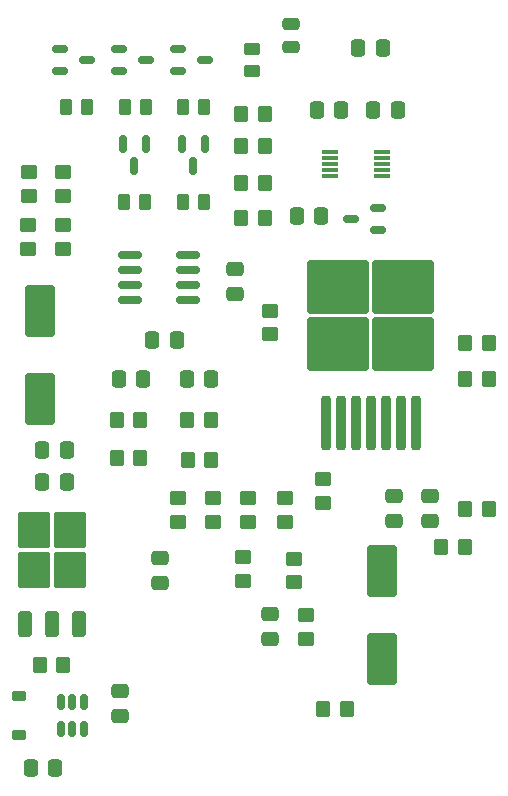
<source format=gbr>
%TF.GenerationSoftware,KiCad,Pcbnew,7.0.5*%
%TF.CreationDate,2023-09-19T19:20:32-07:00*%
%TF.ProjectId,LT3081LEDDriver,4c543330-3831-44c4-9544-447269766572,rev?*%
%TF.SameCoordinates,Original*%
%TF.FileFunction,Paste,Top*%
%TF.FilePolarity,Positive*%
%FSLAX46Y46*%
G04 Gerber Fmt 4.6, Leading zero omitted, Abs format (unit mm)*
G04 Created by KiCad (PCBNEW 7.0.5) date 2023-09-19 19:20:32*
%MOMM*%
%LPD*%
G01*
G04 APERTURE LIST*
G04 Aperture macros list*
%AMRoundRect*
0 Rectangle with rounded corners*
0 $1 Rounding radius*
0 $2 $3 $4 $5 $6 $7 $8 $9 X,Y pos of 4 corners*
0 Add a 4 corners polygon primitive as box body*
4,1,4,$2,$3,$4,$5,$6,$7,$8,$9,$2,$3,0*
0 Add four circle primitives for the rounded corners*
1,1,$1+$1,$2,$3*
1,1,$1+$1,$4,$5*
1,1,$1+$1,$6,$7*
1,1,$1+$1,$8,$9*
0 Add four rect primitives between the rounded corners*
20,1,$1+$1,$2,$3,$4,$5,0*
20,1,$1+$1,$4,$5,$6,$7,0*
20,1,$1+$1,$6,$7,$8,$9,0*
20,1,$1+$1,$8,$9,$2,$3,0*%
G04 Aperture macros list end*
%ADD10RoundRect,0.250000X-0.350000X-0.450000X0.350000X-0.450000X0.350000X0.450000X-0.350000X0.450000X0*%
%ADD11RoundRect,0.150000X-0.512500X-0.150000X0.512500X-0.150000X0.512500X0.150000X-0.512500X0.150000X0*%
%ADD12RoundRect,0.250000X0.337500X0.475000X-0.337500X0.475000X-0.337500X-0.475000X0.337500X-0.475000X0*%
%ADD13RoundRect,0.250000X-0.450000X0.350000X-0.450000X-0.350000X0.450000X-0.350000X0.450000X0.350000X0*%
%ADD14RoundRect,0.150000X0.512500X0.150000X-0.512500X0.150000X-0.512500X-0.150000X0.512500X-0.150000X0*%
%ADD15RoundRect,0.250000X-0.337500X-0.475000X0.337500X-0.475000X0.337500X0.475000X-0.337500X0.475000X0*%
%ADD16RoundRect,0.250000X0.350000X0.450000X-0.350000X0.450000X-0.350000X-0.450000X0.350000X-0.450000X0*%
%ADD17RoundRect,0.150000X0.150000X-0.512500X0.150000X0.512500X-0.150000X0.512500X-0.150000X-0.512500X0*%
%ADD18RoundRect,0.250000X0.262500X0.450000X-0.262500X0.450000X-0.262500X-0.450000X0.262500X-0.450000X0*%
%ADD19RoundRect,0.250000X0.475000X-0.337500X0.475000X0.337500X-0.475000X0.337500X-0.475000X-0.337500X0*%
%ADD20RoundRect,0.150000X-0.825000X-0.150000X0.825000X-0.150000X0.825000X0.150000X-0.825000X0.150000X0*%
%ADD21RoundRect,0.250000X-0.262500X-0.450000X0.262500X-0.450000X0.262500X0.450000X-0.262500X0.450000X0*%
%ADD22RoundRect,0.250000X-0.475000X0.337500X-0.475000X-0.337500X0.475000X-0.337500X0.475000X0.337500X0*%
%ADD23RoundRect,0.150000X-0.150000X0.587500X-0.150000X-0.587500X0.150000X-0.587500X0.150000X0.587500X0*%
%ADD24RoundRect,0.250000X0.350000X-0.850000X0.350000X0.850000X-0.350000X0.850000X-0.350000X-0.850000X0*%
%ADD25RoundRect,0.250000X1.125000X-1.275000X1.125000X1.275000X-1.125000X1.275000X-1.125000X-1.275000X0*%
%ADD26RoundRect,0.250000X-1.000000X1.950000X-1.000000X-1.950000X1.000000X-1.950000X1.000000X1.950000X0*%
%ADD27RoundRect,0.250000X0.450000X-0.350000X0.450000X0.350000X-0.450000X0.350000X-0.450000X-0.350000X0*%
%ADD28RoundRect,0.225000X-0.375000X0.225000X-0.375000X-0.225000X0.375000X-0.225000X0.375000X0.225000X0*%
%ADD29RoundRect,0.250000X-0.450000X0.262500X-0.450000X-0.262500X0.450000X-0.262500X0.450000X0.262500X0*%
%ADD30RoundRect,0.250000X1.000000X-1.950000X1.000000X1.950000X-1.000000X1.950000X-1.000000X-1.950000X0*%
%ADD31RoundRect,0.200000X0.200000X-2.100000X0.200000X2.100000X-0.200000X2.100000X-0.200000X-2.100000X0*%
%ADD32RoundRect,0.250000X2.375000X-2.025000X2.375000X2.025000X-2.375000X2.025000X-2.375000X-2.025000X0*%
%ADD33R,1.400000X0.300000*%
%ADD34RoundRect,0.250000X0.475000X-0.250000X0.475000X0.250000X-0.475000X0.250000X-0.475000X-0.250000X0*%
G04 APERTURE END LIST*
D10*
%TO.C,R6*%
X153000000Y-105000000D03*
X155000000Y-105000000D03*
%TD*%
D11*
%TO.C,D2*%
X128725000Y-80050000D03*
X128725000Y-81950000D03*
X131000000Y-81000000D03*
%TD*%
D12*
%TO.C,C18*%
X146037500Y-80000000D03*
X143962500Y-80000000D03*
%TD*%
D13*
%TO.C,R3*%
X139500000Y-128000000D03*
X139500000Y-130000000D03*
%TD*%
D14*
%TO.C,D5*%
X145637500Y-95450000D03*
X145637500Y-93550000D03*
X143362500Y-94500000D03*
%TD*%
D13*
%TO.C,R24*%
X116000000Y-95000000D03*
X116000000Y-97000000D03*
%TD*%
D15*
%TO.C,C9*%
X129425000Y-108000000D03*
X131500000Y-108000000D03*
%TD*%
D10*
%TO.C,R19*%
X134040000Y-91457500D03*
X136040000Y-91457500D03*
%TD*%
%TO.C,R20*%
X134040000Y-94407500D03*
X136040000Y-94407500D03*
%TD*%
D11*
%TO.C,D1*%
X123725000Y-80050000D03*
X123725000Y-81950000D03*
X126000000Y-81000000D03*
%TD*%
D16*
%TO.C,R18*%
X136040000Y-88337500D03*
X134040000Y-88337500D03*
%TD*%
D17*
%TO.C,U4*%
X118800000Y-135362500D03*
X119750000Y-135362500D03*
X120700000Y-135362500D03*
X120700000Y-137637500D03*
X119750000Y-137637500D03*
X118800000Y-137637500D03*
%TD*%
D18*
%TO.C,R27*%
X130912500Y-93000000D03*
X129087500Y-93000000D03*
%TD*%
D19*
%TO.C,C3*%
X150000000Y-120037500D03*
X150000000Y-117962500D03*
%TD*%
D20*
%TO.C,U2*%
X124590000Y-97500000D03*
X124590000Y-98770000D03*
X124590000Y-100040000D03*
X124590000Y-101310000D03*
X129540000Y-101310000D03*
X129540000Y-100040000D03*
X129540000Y-98770000D03*
X129540000Y-97500000D03*
%TD*%
D10*
%TO.C,R12*%
X129520000Y-114860000D03*
X131520000Y-114860000D03*
%TD*%
%TO.C,R4*%
X153000000Y-108000000D03*
X155000000Y-108000000D03*
%TD*%
D15*
%TO.C,C13*%
X117212500Y-114000000D03*
X119287500Y-114000000D03*
%TD*%
D21*
%TO.C,R26*%
X124087500Y-93000000D03*
X125912500Y-93000000D03*
%TD*%
D10*
%TO.C,R17*%
X134040000Y-85557500D03*
X136040000Y-85557500D03*
%TD*%
D15*
%TO.C,C10*%
X117212500Y-116750000D03*
X119287500Y-116750000D03*
%TD*%
D13*
%TO.C,R34*%
X128720000Y-118110000D03*
X128720000Y-120110000D03*
%TD*%
%TO.C,R32*%
X134620000Y-118110000D03*
X134620000Y-120110000D03*
%TD*%
D22*
%TO.C,C5*%
X136500000Y-127962500D03*
X136500000Y-130037500D03*
%TD*%
D10*
%TO.C,R8*%
X153000000Y-119000000D03*
X155000000Y-119000000D03*
%TD*%
D13*
%TO.C,R22*%
X119000000Y-95000000D03*
X119000000Y-97000000D03*
%TD*%
D15*
%TO.C,C1*%
X138750000Y-94250000D03*
X140825000Y-94250000D03*
%TD*%
D10*
%TO.C,R14*%
X129500000Y-111500000D03*
X131500000Y-111500000D03*
%TD*%
%TO.C,R13*%
X123500000Y-114750000D03*
X125500000Y-114750000D03*
%TD*%
D23*
%TO.C,Q2*%
X130950000Y-88125000D03*
X129050000Y-88125000D03*
X130000000Y-90000000D03*
%TD*%
D15*
%TO.C,C8*%
X140425000Y-85250000D03*
X142500000Y-85250000D03*
%TD*%
D24*
%TO.C,Q3*%
X115720000Y-128790000D03*
X118000000Y-128790000D03*
X120280000Y-128790000D03*
D25*
X116475000Y-124165000D03*
X119525000Y-124165000D03*
X116475000Y-120815000D03*
X119525000Y-120815000D03*
%TD*%
D10*
%TO.C,R15*%
X123500000Y-111500000D03*
X125500000Y-111500000D03*
%TD*%
D19*
%TO.C,C19*%
X123750000Y-136537500D03*
X123750000Y-134462500D03*
%TD*%
%TO.C,C14*%
X127210000Y-125267500D03*
X127210000Y-123192500D03*
%TD*%
D26*
%TO.C,C4*%
X146000000Y-124300000D03*
X146000000Y-131700000D03*
%TD*%
D15*
%TO.C,C6*%
X123675000Y-108000000D03*
X125750000Y-108000000D03*
%TD*%
D13*
%TO.C,R2*%
X136500000Y-102250000D03*
X136500000Y-104250000D03*
%TD*%
D27*
%TO.C,R5*%
X138500000Y-125250000D03*
X138500000Y-123250000D03*
%TD*%
D13*
%TO.C,R23*%
X116050000Y-90500000D03*
X116050000Y-92500000D03*
%TD*%
D23*
%TO.C,Q1*%
X125950000Y-88125000D03*
X124050000Y-88125000D03*
X125000000Y-90000000D03*
%TD*%
D15*
%TO.C,C16*%
X116212500Y-141000000D03*
X118287500Y-141000000D03*
%TD*%
D13*
%TO.C,R33*%
X131670000Y-118110000D03*
X131670000Y-120110000D03*
%TD*%
D21*
%TO.C,R28*%
X124175000Y-85000000D03*
X126000000Y-85000000D03*
%TD*%
D11*
%TO.C,D3*%
X118725000Y-80050000D03*
X118725000Y-81950000D03*
X121000000Y-81000000D03*
%TD*%
D13*
%TO.C,R7*%
X141000000Y-116500000D03*
X141000000Y-118500000D03*
%TD*%
D12*
%TO.C,C7*%
X147287500Y-85250000D03*
X145212500Y-85250000D03*
%TD*%
D28*
%TO.C,D4*%
X115250000Y-138150000D03*
X115250000Y-134850000D03*
%TD*%
D29*
%TO.C,R31*%
X135000000Y-80087500D03*
X135000000Y-81912500D03*
%TD*%
D21*
%TO.C,R30*%
X119175000Y-85000000D03*
X121000000Y-85000000D03*
%TD*%
D30*
%TO.C,C15*%
X117000000Y-109700000D03*
X117000000Y-102300000D03*
%TD*%
D31*
%TO.C,U1*%
X141190000Y-111775000D03*
X142460000Y-111775000D03*
X143730000Y-111775000D03*
X145000000Y-111775000D03*
X146270000Y-111775000D03*
X147540000Y-111775000D03*
X148810000Y-111775000D03*
D32*
X142225000Y-105050000D03*
X147775000Y-105050000D03*
X142225000Y-100200000D03*
X147775000Y-100200000D03*
%TD*%
D16*
%TO.C,R25*%
X119000000Y-132250000D03*
X117000000Y-132250000D03*
%TD*%
D10*
%TO.C,R1*%
X141000000Y-136000000D03*
X143000000Y-136000000D03*
%TD*%
D33*
%TO.C,U3*%
X141540000Y-88837500D03*
X141540000Y-89337500D03*
X141540000Y-89837500D03*
X141540000Y-90337500D03*
X141540000Y-90837500D03*
X145940000Y-90837500D03*
X145940000Y-90337500D03*
X145940000Y-89837500D03*
X145940000Y-89337500D03*
X145940000Y-88837500D03*
%TD*%
D13*
%TO.C,R21*%
X118950000Y-90500000D03*
X118950000Y-92500000D03*
%TD*%
D34*
%TO.C,C17*%
X138250000Y-79900000D03*
X138250000Y-78000000D03*
%TD*%
D12*
%TO.C,C11*%
X128575000Y-104750000D03*
X126500000Y-104750000D03*
%TD*%
D13*
%TO.C,R10*%
X137720000Y-118110000D03*
X137720000Y-120110000D03*
%TD*%
D21*
%TO.C,R29*%
X129087500Y-85000000D03*
X130912500Y-85000000D03*
%TD*%
D13*
%TO.C,R11*%
X134220000Y-123110000D03*
X134220000Y-125110000D03*
%TD*%
D19*
%TO.C,C2*%
X147000000Y-120037500D03*
X147000000Y-117962500D03*
%TD*%
D16*
%TO.C,R9*%
X153000000Y-122250000D03*
X151000000Y-122250000D03*
%TD*%
D19*
%TO.C,C12*%
X133500000Y-100825000D03*
X133500000Y-98750000D03*
%TD*%
M02*

</source>
